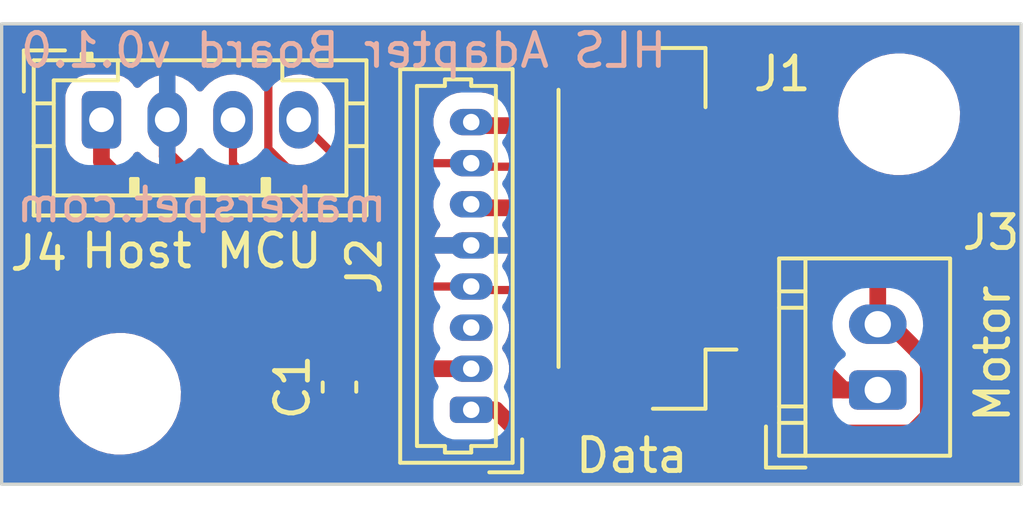
<source format=kicad_pcb>
(kicad_pcb (version 20221018) (generator pcbnew)
  (title_block (title "HLS Adapter") (date "2024-02-15") (rev "0.1.0") (company "makerspet.com"))
  (layers (0 "F.Cu" signal) (31 "B.Cu" signal) (34 "B.Paste" user) (35 "F.Paste" user) (36 "B.SilkS" user "B.Silkscreen") (37 "F.SilkS" user "F.Silkscreen") (38 "B.Mask" user) (39 "F.Mask" user) (44 "Edge.Cuts" user))
  (net 0 "")
  (net 1 "+5V")
  (net 2 "/MOT-")
  (net 4 "/TX")
  (net 5 "GND")
  (net 6 "/RX")
  (footprint "Capacitor_SMD:C_0603_1608Metric" (layer "F.Cu") (at 96.774 50.546 90)
    (fp_text reference "C1" (at 0 -1.43 90) (layer "F.SilkS"))
    (fp_text value "22uF" hide)
    (fp_line (start -0.14058 -0.51) (end 0.14058 -0.51) (stroke (width 0.12)) (layer "F.SilkS"))
    (fp_line (start -0.14058 0.51) (end 0.14058 0.51) (stroke (width 0.12)) (layer "F.SilkS"))
    (pad "1" smd roundrect (at -0.775 0 90) (size 0.9 0.95) (layers "F.Cu" "F.Paste" "F.Mask") (net 1 "+5V"))
    (pad "2" smd roundrect (at 0.775 0 90) (size 0.9 0.95) (layers "F.Cu" "F.Paste" "F.Mask") (net 5 "GND"))
  )
  (footprint "Connector_JST:JST_PH_B4B-PH-K_1x04_P2.00mm_Vertical" (layer "F.Cu") (at 89.535 42.418)
    (fp_text reference "J4" (at -1.905 4.064) (layer "F.SilkS"))
    (fp_text value "JST PH B4B SKT VERT SMD" hide)
    (fp_line (start -2.36 -2.11) (end -2.36 -0.86) (stroke (width 0.12)) (layer "F.SilkS"))
    (fp_line (start -2.06 -1.81) (end -2.06 2.91) (stroke (width 0.12)) (layer "F.SilkS"))
    (fp_line (start -2.06 -0.5) (end -1.45 -0.5) (stroke (width 0.12)) (layer "F.SilkS"))
    (fp_line (start -2.06 0.8) (end -1.45 0.8) (stroke (width 0.12)) (layer "F.SilkS"))
    (fp_line (start -2.06 2.91) (end 8.06 2.91) (stroke (width 0.12)) (layer "F.SilkS"))
    (fp_line (start -1.45 -1.2) (end -1.45 2.3) (stroke (width 0.12)) (layer "F.SilkS"))
    (fp_line (start -1.45 2.3) (end 7.45 2.3) (stroke (width 0.12)) (layer "F.SilkS"))
    (fp_line (start -1.11 -2.11) (end -2.36 -2.11) (stroke (width 0.12)) (layer "F.SilkS"))
    (fp_line (start -0.6 -2.01) (end -0.6 -1.81) (stroke (width 0.12)) (layer "F.SilkS"))
    (fp_line (start -0.3 -2.01) (end -0.6 -2.01) (stroke (width 0.12)) (layer "F.SilkS"))
    (fp_line (start -0.3 -1.91) (end -0.6 -1.91) (stroke (width 0.12)) (layer "F.SilkS"))
    (fp_line (start -0.3 -1.81) (end -0.3 -2.01) (stroke (width 0.12)) (layer "F.SilkS"))
    (fp_line (start 0.5 -1.81) (end 0.5 -1.2) (stroke (width 0.12)) (layer "F.SilkS"))
    (fp_line (start 0.5 -1.2) (end -1.45 -1.2) (stroke (width 0.12)) (layer "F.SilkS"))
    (fp_line (start 0.9 1.8) (end 1.1 1.8) (stroke (width 0.12)) (layer "F.SilkS"))
    (fp_line (start 0.9 2.3) (end 0.9 1.8) (stroke (width 0.12)) (layer "F.SilkS"))
    (fp_line (start 1 2.3) (end 1 1.8) (stroke (width 0.12)) (layer "F.SilkS"))
    (fp_line (start 1.1 1.8) (end 1.1 2.3) (stroke (width 0.12)) (layer "F.SilkS"))
    (fp_line (start 2.9 1.8) (end 3.1 1.8) (stroke (width 0.12)) (layer "F.SilkS"))
    (fp_line (start 2.9 2.3) (end 2.9 1.8) (stroke (width 0.12)) (layer "F.SilkS"))
    (fp_line (start 3 2.3) (end 3 1.8) (stroke (width 0.12)) (layer "F.SilkS"))
    (fp_line (start 3.1 1.8) (end 3.1 2.3) (stroke (width 0.12)) (layer "F.SilkS"))
    (fp_line (start 4.9 1.8) (end 5.1 1.8) (stroke (width 0.12)) (layer "F.SilkS"))
    (fp_line (start 4.9 2.3) (end 4.9 1.8) (stroke (width 0.12)) (layer "F.SilkS"))
    (fp_line (start 5 2.3) (end 5 1.8) (stroke (width 0.12)) (layer "F.SilkS"))
    (fp_line (start 5.1 1.8) (end 5.1 2.3) (stroke (width 0.12)) (layer "F.SilkS"))
    (fp_line (start 5.5 -1.2) (end 5.5 -1.81) (stroke (width 0.12)) (layer "F.SilkS"))
    (fp_line (start 7.45 -1.2) (end 5.5 -1.2) (stroke (width 0.12)) (layer "F.SilkS"))
    (fp_line (start 7.45 2.3) (end 7.45 -1.2) (stroke (width 0.12)) (layer "F.SilkS"))
    (fp_line (start 8.06 -1.81) (end -2.06 -1.81) (stroke (width 0.12)) (layer "F.SilkS"))
    (fp_line (start 8.06 -0.5) (end 7.45 -0.5) (stroke (width 0.12)) (layer "F.SilkS"))
    (fp_line (start 8.06 0.8) (end 7.45 0.8) (stroke (width 0.12)) (layer "F.SilkS"))
    (fp_line (start 8.06 2.91) (end 8.06 -1.81) (stroke (width 0.12)) (layer "F.SilkS"))
    (pad "1" thru_hole roundrect (at 0 0) (size 1.2 1.75) (drill 0.75) (layers "*.Cu" "*.Mask") (roundrect_rratio 0.2083333333) (net 1 "+5V"))
    (pad "2" thru_hole oval (at 2 0) (size 1.2 1.75) (drill 0.75) (layers "*.Cu" "*.Mask") (net 5 "GND"))
    (pad "3" thru_hole oval (at 4 0) (size 1.2 1.75) (drill 0.75) (layers "*.Cu" "*.Mask") (net 6 "/RX"))
    (pad "4" thru_hole oval (at 6 0) (size 1.2 1.75) (drill 0.75) (layers "*.Cu" "*.Mask") (net 4 "/TX"))
  )
  (footprint "Connector_JST:JST_GH_BM06B-GHS-TBT_1x06-1MP_P1.25mm_Vertical" (layer "F.Cu") (at 106.045 45.72 90)
    (fp_text reference "J1" (at 4.699 4.191) (layer "F.SilkS"))
    (fp_text value "JST GH 1.25 6P SKT VERT SMD" hide)
    (fp_line (start -5.485 0.26) (end -5.485 1.86) (stroke (width 0.12)) (layer "F.SilkS"))
    (fp_line (start -5.485 1.86) (end -3.685 1.86) (stroke (width 0.12)) (layer "F.SilkS"))
    (fp_line (start -4.215 -2.61) (end 4.215 -2.61) (stroke (width 0.12)) (layer "F.SilkS"))
    (fp_line (start -3.685 1.86) (end -3.685 2.8) (stroke (width 0.12)) (layer "F.SilkS"))
    (fp_line (start 5.485 0.26) (end 5.485 1.86) (stroke (width 0.12)) (layer "F.SilkS"))
    (fp_line (start 5.485 1.86) (end 3.685 1.86) (stroke (width 0.12)) (layer "F.SilkS"))
    (pad "1" smd roundrect (at -3.125 1.95 90) (size 0.6 1.7) (layers "F.Cu" "F.Paste" "F.Mask"))
    (pad "2" smd roundrect (at -1.875 1.95 90) (size 0.6 1.7) (layers "F.Cu" "F.Paste" "F.Mask") (net 6 "/RX"))
    (pad "3" smd roundrect (at -0.625 1.95 90) (size 0.6 1.7) (layers "F.Cu" "F.Paste" "F.Mask") (net 5 "GND"))
    (pad "4" smd roundrect (at 0.625 1.95 90) (size 0.6 1.7) (layers "F.Cu" "F.Paste" "F.Mask") (net 2 "/MOT-"))
    (pad "5" smd roundrect (at 1.875 1.95 90) (size 0.6 1.7) (layers "F.Cu" "F.Paste" "F.Mask") (net 4 "/TX"))
    (pad "6" smd roundrect (at 3.125 1.95 90) (size 0.6 1.7) (layers "F.Cu" "F.Paste" "F.Mask") (net 1 "+5V"))
    (pad "MP" smd roundrect (at -4.975 -1.4 90) (size 1 2.8) (layers "F.Cu" "F.Paste" "F.Mask") (net 5 "GND"))
    (pad "MP" smd roundrect (at 4.975 -1.4 90) (size 1 2.8) (layers "F.Cu" "F.Paste" "F.Mask") (net 5 "GND"))
  )
  (footprint "Makerspet:Molex_PicoBlade_53047-0810_1x08_P1.25mm_Vertical" (layer "F.Cu") (at 100.78 51.238 90)
    (fp_text reference "J2" (at 4.38 -3.25 90) (layer "F.SilkS"))
    (fp_text value "Molex PicoBlade 1.25 8P SKT VERT" hide)
    (fp_line (start -1.9 1.55) (end -1.9 0.55) (stroke (width 0.12)) (layer "F.SilkS"))
    (fp_line (start -1.9 1.55) (end -0.9 1.55) (stroke (width 0.12)) (layer "F.SilkS"))
    (fp_line (start -1.61 -2.16) (end -1.61 1.26) (stroke (width 0.12)) (layer "F.SilkS"))
    (fp_line (start -1.61 1.26) (end 10.36 1.26) (stroke (width 0.12)) (layer "F.SilkS"))
    (fp_line (start -1.3 -0.8) (end -1.1 -0.8) (stroke (width 0.12)) (layer "F.SilkS"))
    (fp_line (start -1.3 0) (end -1.3 -0.8) (stroke (width 0.12)) (layer "F.SilkS"))
    (fp_line (start -1.1 -1.65) (end 4.375 -1.65) (stroke (width 0.12)) (layer "F.SilkS"))
    (fp_line (start -1.1 -0.8) (end -1.1 -1.65) (stroke (width 0.12)) (layer "F.SilkS"))
    (fp_line (start -1.1 0) (end -1.3 0) (stroke (width 0.12)) (layer "F.SilkS"))
    (fp_line (start -1.1 0.75) (end -1.1 0) (stroke (width 0.12)) (layer "F.SilkS"))
    (fp_line (start 4.375 0.75) (end -1.1 0.75) (stroke (width 0.12)) (layer "F.SilkS"))
    (fp_line (start 4.375 0.75) (end 9.85 0.75) (stroke (width 0.12)) (layer "F.SilkS"))
    (fp_line (start 9.85 -1.65) (end 4.375 -1.65) (stroke (width 0.12)) (layer "F.SilkS"))
    (fp_line (start 9.85 -0.8) (end 9.85 -1.65) (stroke (width 0.12)) (layer "F.SilkS"))
    (fp_line (start 9.85 0) (end 10.05 0) (stroke (width 0.12)) (layer "F.SilkS"))
    (fp_line (start 9.85 0.75) (end 9.85 0) (stroke (width 0.12)) (layer "F.SilkS"))
    (fp_line (start 10.05 -0.8) (end 9.85 -0.8) (stroke (width 0.12)) (layer "F.SilkS"))
    (fp_line (start 10.05 0) (end 10.05 -0.8) (stroke (width 0.12)) (layer "F.SilkS"))
    (fp_line (start 10.36 -2.16) (end -1.61 -2.16) (stroke (width 0.12)) (layer "F.SilkS"))
    (fp_line (start 10.36 1.26) (end 10.36 -2.16) (stroke (width 0.12)) (layer "F.SilkS"))
    (pad "1" thru_hole roundrect (at 0 0 90) (size 0.8 1.3) (drill 0.5) (layers "*.Cu" "*.Mask") (net 2 "/MOT-"))
    (pad "2" thru_hole oval (at 1.25 0 90) (size 0.8 1.3) (drill 0.5) (layers "*.Cu" "*.Mask") (net 1 "+5V"))
    (pad "3" thru_hole oval (at 2.5 0 90) (size 0.8 1.3) (drill 0.5) (layers "*.Cu" "*.Mask"))
    (pad "4" thru_hole oval (at 3.75 0 90) (size 0.8 1.3) (drill 0.5) (layers "*.Cu" "*.Mask") (net 6 "/RX"))
    (pad "5" thru_hole oval (at 5 0 90) (size 0.8 1.3) (drill 0.5) (layers "*.Cu" "*.Mask") (net 5 "GND"))
    (pad "6" thru_hole oval (at 6.25 0 90) (size 0.8 1.3) (drill 0.5) (layers "*.Cu" "*.Mask") (net 2 "/MOT-"))
    (pad "7" thru_hole oval (at 7.5 0 90) (size 0.8 1.3) (drill 0.5) (layers "*.Cu" "*.Mask") (net 4 "/TX"))
    (pad "8" thru_hole oval (at 8.75 0 90) (size 0.8 1.3) (drill 0.5) (layers "*.Cu" "*.Mask") (net 1 "+5V"))
  )
  (footprint "Makerspet:SMW200_02" (layer "F.Cu") (at 113.1435 50.6345 90)
    (fp_text reference "J3" (at 4.7875 3.4425 180) (layer "F.SilkS"))
    (fp_text value "SMW200-H02G 2.0 2P SKT VERT" hide)
    (fp_line (start -2.36 -3.4) (end -2.36 -2.2) (stroke (width 0.12)) (layer "F.SilkS"))
    (fp_line (start -2 -3) (end -2 2.2) (stroke (width 0.12)) (layer "F.SilkS"))
    (fp_line (start -2 2.2) (end 4 2.2) (stroke (width 0.12)) (layer "F.SilkS"))
    (fp_line (start -1.11 -3.4) (end -2.36 -3.4) (stroke (width 0.12)) (layer "F.SilkS"))
    (fp_line (start -1 -3) (end -1 -2.2) (stroke (width 0.12)) (layer "F.SilkS"))
    (fp_line (start -0.5 -3) (end -0.5 -2.2) (stroke (width 0.12)) (layer "F.SilkS"))
    (fp_line (start 2.5 -3) (end 2.5 -2.2) (stroke (width 0.12)) (layer "F.SilkS"))
    (fp_line (start 3 -3) (end 3 -2.2) (stroke (width 0.12)) (layer "F.SilkS"))
    (fp_line (start 4 -3) (end -2 -3) (stroke (width 0.12)) (layer "F.SilkS"))
    (fp_line (start 4 -2.2) (end -2 -2.2) (stroke (width 0.12)) (layer "F.SilkS"))
    (fp_line (start 4 2.2) (end 4 -3) (stroke (width 0.12)) (layer "F.SilkS"))
    (pad "1" thru_hole roundrect (at 0 0 90) (size 1.2 1.75) (drill 0.8) (layers "*.Cu" "*.Mask") (roundrect_rratio 0.2083333333) (net 2 "/MOT-"))
    (pad "2" thru_hole oval (at 2 0 90) (size 1.2 1.75) (drill 0.8) (layers "*.Cu" "*.Mask") (net 1 "+5V"))
  )
  (footprint "MountingHole:MountingHole_3.2mm_M3" (layer "F.Cu") (at 113.792 42.25)
    (fp_text reference "H2" hide)
    (fp_text value "MountingHole" hide)
    (pad "" np_thru_hole circle (at 0 0) (size 3.2 3.2) (drill 3.2) (layers "*.Cu" "*.Mask"))
  )
  (footprint "MountingHole:MountingHole_3.2mm_M3" (layer "F.Cu") (at 90.1 50.75)
    (fp_text reference "H1" hide)
    (fp_text value "MountingHole" hide)
    (pad "" np_thru_hole circle (at 0 0) (size 3.2 3.2) (drill 3.2) (layers "*.Cu" "*.Mask"))
  )
  (gr_rect (start 86.5 39.5) (end 117.5 53.5) (stroke (width 0.1)) (fill none) (layer "Edge.Cuts"))
  (gr_text "makerspet.com" (at 98.298 45.593) (layer "B.SilkS") (effects (font (size 1 1)) (justify left bottom mirror)))
  (gr_text "HLS Adapter Board v0.1.0" (at 106.807 40.894) (layer "B.SilkS") (effects (font (size 1 1)) (justify left bottom mirror)))
  (gr_text "Data" (at 105.664 53.213) (layer "F.SilkS") (effects (font (size 1 1)) (justify bottom)))
  (gr_text "Motor" (at 117.221 49.53 90) (layer "F.SilkS") (effects (font (size 1 1)) (justify bottom)))
  (gr_text "Host MCU" (at 92.583 46.99) (layer "F.SilkS") (effects (font (size 1 1)) (justify bottom)))
  (segment (start 96.774 51.321) (end 96.774 52.578) (width 0.508) (layer "F.Cu") (net 1))
  (segment (start 113.5315 48.6345) (end 114.681 49.784) (width 0.508) (layer "F.Cu") (net 1))
  (segment (start 100.887 42.595) (end 100.78 42.488) (width 0.25) (layer "F.Cu") (net 1))
  (segment (start 108.844999 42.595) (end 113.1435 46.893501) (width 0.508) (layer "F.Cu") (net 1))
  (segment (start 100.78 49.988) (end 98.729 49.988) (width 0.508) (layer "F.Cu") (net 1))
  (segment (start 98.298 52.578) (end 96.774 52.578) (width 0.508) (layer "F.Cu") (net 1))
  (segment (start 114.681 49.784) (end 114.681 51.435) (width 0.508) (layer "F.Cu") (net 1))
  (segment (start 98.298 50.419) (end 98.298 52.578) (width 0.508) (layer "F.Cu") (net 1))
  (segment (start 114.173 51.943) (end 109.601 51.943) (width 0.508) (layer "F.Cu") (net 1))
  (segment (start 94.361 52.197) (end 94.361 48.514) (width 0.508) (layer "F.Cu") (net 1))
  (segment (start 108.966 52.578) (end 98.298 52.578) (width 0.508) (layer "F.Cu") (net 1))
  (segment (start 96.774 52.578) (end 94.742 52.578) (width 0.508) (layer "F.Cu") (net 1))
  (segment (start 107.995 42.595) (end 108.844999 42.595) (width 0.25) (layer "F.Cu") (net 1))
  (segment (start 107.995 42.595) (end 100.887 42.595) (width 0.508) (layer "F.Cu") (net 1))
  (segment (start 94.742 52.578) (end 94.361 52.197) (width 0.508) (layer "F.Cu") (net 1))
  (segment (start 114.681 51.435) (end 114.173 51.943) (width 0.508) (layer "F.Cu") (net 1))
  (segment (start 98.729 49.988) (end 98.298 50.419) (width 0.508) (layer "F.Cu") (net 1))
  (segment (start 89.535 43.688) (end 89.535 42.418) (width 0.508) (layer "F.Cu") (net 1))
  (segment (start 113.1435 48.6345) (end 113.5315 48.6345) (width 0.508) (layer "F.Cu") (net 1))
  (segment (start 113.1435 46.893501) (end 113.1435 48.6345) (width 0.508) (layer "F.Cu") (net 1))
  (segment (start 109.601 51.943) (end 108.966 52.578) (width 0.508) (layer "F.Cu") (net 1))
  (segment (start 94.361 48.514) (end 89.535 43.688) (width 0.508) (layer "F.Cu") (net 1))
  (segment (start 109.484 45.095) (end 111.125 46.736) (width 0.508) (layer "F.Cu") (net 2))
  (segment (start 108.331 51.689) (end 109.3855 50.6345) (width 0.508) (layer "F.Cu") (net 2))
  (segment (start 107.995 45.095) (end 109.484 45.095) (width 0.508) (layer "F.Cu") (net 2))
  (segment (start 100.78 51.238) (end 101.53 51.238) (width 0.508) (layer "F.Cu") (net 2))
  (segment (start 107.995 45.095) (end 100.887 45.095) (width 0.508) (layer "F.Cu") (net 2))
  (segment (start 111.125 49.657) (end 112.1025 50.6345) (width 0.508) (layer "F.Cu") (net 2))
  (segment (start 101.53 51.238) (end 101.981 51.689) (width 0.508) (layer "F.Cu") (net 2))
  (segment (start 112.1025 50.6345) (end 113.1435 50.6345) (width 0.508) (layer "F.Cu") (net 2))
  (segment (start 101.981 51.689) (end 108.331 51.689) (width 0.508) (layer "F.Cu") (net 2))
  (segment (start 100.887 45.095) (end 100.78 44.988) (width 0.508) (layer "F.Cu") (net 2))
  (segment (start 109.3855 50.6345) (end 113.1435 50.6345) (width 0.508) (layer "F.Cu") (net 2))
  (segment (start 111.125 46.736) (end 111.125 49.657) (width 0.508) (layer "F.Cu") (net 2))
  (segment (start 95.535 42.418) (end 96.855 43.738) (width 0.25) (layer "F.Cu") (net 4))
  (segment (start 107.995 43.845) (end 100.887 43.845) (width 0.25) (layer "F.Cu") (net 4))
  (segment (start 96.855 43.738) (end 100.78 43.738) (width 0.25) (layer "F.Cu") (net 4))
  (segment (start 100.887 43.845) (end 100.78 43.738) (width 0.25) (layer "F.Cu") (net 4))
  (segment (start 108.956 46.345) (end 109.601 46.99) (width 0.25) (layer "F.Cu") (net 5))
  (segment (start 108.182 50.695) (end 104.645 50.695) (width 0.25) (layer "F.Cu") (net 5))
  (segment (start 100.887 46.345) (end 100.78 46.238) (width 0.25) (layer "F.Cu") (net 5))
  (segment (start 107.995 46.345) (end 108.956 46.345) (width 0.25) (layer "F.Cu") (net 5))
  (segment (start 100.78 46.238) (end 97.546 46.238) (width 0.25) (layer "F.Cu") (net 5))
  (segment (start 91.535 42.418) (end 91.535 43.529) (width 0.508) (layer "F.Cu") (net 5))
  (segment (start 109.601 49.276) (end 108.182 50.695) (width 0.25) (layer "F.Cu") (net 5))
  (segment (start 104.645 40.745) (end 94.615 40.745) (width 0.25) (layer "F.Cu") (net 5))
  (segment (start 91.843 40.745) (end 91.535 41.053) (width 0.25) (layer "F.Cu") (net 5))
  (segment (start 94.61 40.75) (end 94.615 40.745) (width 0.25) (layer "F.Cu") (net 5))
  (segment (start 91.535 43.529) (end 96.774 48.768) (width 0.508) (layer "F.Cu") (net 5))
  (segment (start 94.61 43.302) (end 94.61 40.75) (width 0.25) (layer "F.Cu") (net 5))
  (segment (start 109.601 46.99) (end 109.601 49.276) (width 0.25) (layer "F.Cu") (net 5))
  (segment (start 91.535 41.053) (end 91.535 42.418) (width 0.25) (layer "F.Cu") (net 5))
  (segment (start 97.546 46.238) (end 94.61 43.302) (width 0.25) (layer "F.Cu") (net 5))
  (segment (start 107.995 46.345) (end 100.887 46.345) (width 0.25) (layer "F.Cu") (net 5))
  (segment (start 94.615 40.745) (end 91.843 40.745) (width 0.25) (layer "F.Cu") (net 5))
  (segment (start 96.774 48.768) (end 96.774 49.771) (width 0.508) (layer "F.Cu") (net 5))
  (segment (start 93.535 43.751) (end 93.535 42.418) (width 0.25) (layer "F.Cu") (net 6))
  (segment (start 100.887 47.595) (end 100.78 47.488) (width 0.25) (layer "F.Cu") (net 6))
  (segment (start 100.78 47.488) (end 97.272 47.488) (width 0.25) (layer "F.Cu") (net 6))
  (segment (start 107.995 47.595) (end 100.887 47.595) (width 0.25) (layer "F.Cu") (net 6))
  (segment (start 97.272 47.488) (end 93.535 43.751) (width 0.25) (layer "F.Cu") (net 6))
  (zone (net 5) (net_name "GND") (layers "F&B.Cu") (connect_pads (clearance 0.5)) (min_thickness 0.25) (fill yes (thermal_gap 0.5) (thermal_bridge_width 0.5))
    (polygon (pts (xy 86.4616 39.4716) (xy 117.602 39.4716) (xy 117.602 53.5432) (xy 86.4616 53.5432)))
  )
)
</source>
